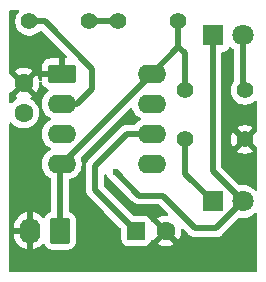
<source format=gbr>
%TF.GenerationSoftware,KiCad,Pcbnew,9.0.2*%
%TF.CreationDate,2025-10-01T10:40:14+03:00*%
%TF.ProjectId,555_flip_flop,3535355f-666c-4697-905f-666c6f702e6b,rev?*%
%TF.SameCoordinates,Original*%
%TF.FileFunction,Copper,L2,Bot*%
%TF.FilePolarity,Positive*%
%FSLAX46Y46*%
G04 Gerber Fmt 4.6, Leading zero omitted, Abs format (unit mm)*
G04 Created by KiCad (PCBNEW 9.0.2) date 2025-10-01 10:40:14*
%MOMM*%
%LPD*%
G01*
G04 APERTURE LIST*
G04 Aperture macros list*
%AMRoundRect*
0 Rectangle with rounded corners*
0 $1 Rounding radius*
0 $2 $3 $4 $5 $6 $7 $8 $9 X,Y pos of 4 corners*
0 Add a 4 corners polygon primitive as box body*
4,1,4,$2,$3,$4,$5,$6,$7,$8,$9,$2,$3,0*
0 Add four circle primitives for the rounded corners*
1,1,$1+$1,$2,$3*
1,1,$1+$1,$4,$5*
1,1,$1+$1,$6,$7*
1,1,$1+$1,$8,$9*
0 Add four rect primitives between the rounded corners*
20,1,$1+$1,$2,$3,$4,$5,0*
20,1,$1+$1,$4,$5,$6,$7,0*
20,1,$1+$1,$6,$7,$8,$9,0*
20,1,$1+$1,$8,$9,$2,$3,0*%
G04 Aperture macros list end*
%TA.AperFunction,ComponentPad*%
%ADD10C,1.400000*%
%TD*%
%TA.AperFunction,ComponentPad*%
%ADD11R,1.800000X1.800000*%
%TD*%
%TA.AperFunction,ComponentPad*%
%ADD12C,1.800000*%
%TD*%
%TA.AperFunction,ComponentPad*%
%ADD13RoundRect,0.250000X-0.950000X-0.550000X0.950000X-0.550000X0.950000X0.550000X-0.950000X0.550000X0*%
%TD*%
%TA.AperFunction,ComponentPad*%
%ADD14O,2.400000X1.600000*%
%TD*%
%TA.AperFunction,ComponentPad*%
%ADD15RoundRect,0.250000X0.620000X0.845000X-0.620000X0.845000X-0.620000X-0.845000X0.620000X-0.845000X0*%
%TD*%
%TA.AperFunction,ComponentPad*%
%ADD16O,1.740000X2.190000*%
%TD*%
%TA.AperFunction,ComponentPad*%
%ADD17C,1.600000*%
%TD*%
%TA.AperFunction,ComponentPad*%
%ADD18RoundRect,0.250000X-0.550000X-0.550000X0.550000X-0.550000X0.550000X0.550000X-0.550000X0.550000X0*%
%TD*%
%TA.AperFunction,ViaPad*%
%ADD19C,0.600000*%
%TD*%
%TA.AperFunction,Conductor*%
%ADD20C,0.500000*%
%TD*%
G04 APERTURE END LIST*
D10*
%TO.P,R2,1*%
%TO.N,Net-(D2-K)*%
X60120000Y-35250000D03*
%TO.P,R2,2*%
%TO.N,GND*%
X65200000Y-35250000D03*
%TD*%
%TO.P,R1,1*%
%TO.N,+5V*%
X60120000Y-31100000D03*
%TO.P,R1,2*%
%TO.N,Net-(D1-A)*%
X65200000Y-31100000D03*
%TD*%
D11*
%TO.P,D2,1,K*%
%TO.N,Net-(D2-K)*%
X62460000Y-40500000D03*
D12*
%TO.P,D2,2,A*%
%TO.N,Net-(D1-K)*%
X65000000Y-40500000D03*
%TD*%
D13*
%TO.P,U1,1,GND*%
%TO.N,GND*%
X49690000Y-29690000D03*
D14*
%TO.P,U1,2,TR*%
%TO.N,Net-(U1-THR)*%
X49690000Y-32230000D03*
%TO.P,U1,3,Q*%
%TO.N,Net-(D1-K)*%
X49690000Y-34770000D03*
%TO.P,U1,4,R*%
%TO.N,+5V*%
X49690000Y-37310000D03*
%TO.P,U1,5,CV*%
%TO.N,Net-(U1-CV)*%
X57310000Y-37310000D03*
%TO.P,U1,6,THR*%
%TO.N,Net-(U1-THR)*%
X57310000Y-34770000D03*
%TO.P,U1,7,DIS*%
%TO.N,Net-(U1-DIS)*%
X57310000Y-32230000D03*
%TO.P,U1,8,VCC*%
%TO.N,+5V*%
X57310000Y-29690000D03*
%TD*%
D10*
%TO.P,R4,1*%
%TO.N,Net-(U1-DIS)*%
X52040000Y-25250000D03*
%TO.P,R4,2*%
%TO.N,Net-(U1-THR)*%
X46960000Y-25250000D03*
%TD*%
%TO.P,R3,1*%
%TO.N,+5V*%
X59540000Y-25250000D03*
%TO.P,R3,2*%
%TO.N,Net-(U1-DIS)*%
X54460000Y-25250000D03*
%TD*%
D15*
%TO.P,J1,1,Pin_1*%
%TO.N,+5V*%
X49540000Y-42980000D03*
D16*
%TO.P,J1,2,Pin_2*%
%TO.N,GND*%
X47000000Y-42980000D03*
%TD*%
D11*
%TO.P,D1,1,K*%
%TO.N,Net-(D1-K)*%
X62460000Y-26410000D03*
D12*
%TO.P,D1,2,A*%
%TO.N,Net-(D1-A)*%
X65000000Y-26410000D03*
%TD*%
D17*
%TO.P,C2,1*%
%TO.N,Net-(U1-CV)*%
X46470000Y-33000000D03*
%TO.P,C2,2*%
%TO.N,GND*%
X46470000Y-30500000D03*
%TD*%
D18*
%TO.P,C1,1*%
%TO.N,Net-(U1-THR)*%
X56000000Y-43000000D03*
D17*
%TO.P,C1,2*%
%TO.N,GND*%
X58500000Y-43000000D03*
%TD*%
D19*
%TO.N,Net-(D1-K)*%
X54250000Y-38000000D03*
%TD*%
D20*
%TO.N,Net-(D1-K)*%
X62750000Y-42750000D02*
X65000000Y-40500000D01*
X58250000Y-40000000D02*
X61000000Y-42750000D01*
X61000000Y-42750000D02*
X62750000Y-42750000D01*
X56250000Y-40000000D02*
X58250000Y-40000000D01*
X54250000Y-38000000D02*
X56250000Y-40000000D01*
%TO.N,Net-(U1-THR)*%
X55230000Y-34770000D02*
X57310000Y-34770000D01*
X52500000Y-37500000D02*
X55230000Y-34770000D01*
X52500000Y-39500000D02*
X52500000Y-37500000D01*
X56000000Y-43000000D02*
X52500000Y-39500000D01*
%TO.N,Net-(D1-K)*%
X62460000Y-37960000D02*
X62460000Y-26410000D01*
X65000000Y-40500000D02*
X62460000Y-37960000D01*
%TO.N,Net-(D2-K)*%
X60120000Y-38160000D02*
X62460000Y-40500000D01*
X60120000Y-35250000D02*
X60120000Y-38160000D01*
%TO.N,+5V*%
X60120000Y-27972164D02*
X59573918Y-27426082D01*
X60120000Y-31100000D02*
X60120000Y-27972164D01*
%TO.N,Net-(D1-A)*%
X65000000Y-30900000D02*
X65200000Y-31100000D01*
X65000000Y-26410000D02*
X65000000Y-30900000D01*
%TO.N,Net-(U1-THR)*%
X51020000Y-32230000D02*
X49690000Y-32230000D01*
X52250000Y-31000000D02*
X51020000Y-32230000D01*
X52250000Y-29250000D02*
X52250000Y-31000000D01*
X48250000Y-25250000D02*
X52250000Y-29250000D01*
X46960000Y-25250000D02*
X48250000Y-25250000D01*
%TO.N,Net-(U1-DIS)*%
X52040000Y-25250000D02*
X54460000Y-25250000D01*
%TO.N,+5V*%
X59573918Y-27426082D02*
X59573918Y-25283918D01*
X57310000Y-29690000D02*
X59573918Y-27426082D01*
X59573918Y-25283918D02*
X59540000Y-25250000D01*
X49690000Y-37310000D02*
X57310000Y-29690000D01*
X49540000Y-37460000D02*
X49690000Y-37310000D01*
X49540000Y-42980000D02*
X49540000Y-37460000D01*
%TD*%
%TA.AperFunction,Conductor*%
%TO.N,GND*%
G36*
X47975203Y-30371823D02*
G01*
X48011706Y-30426532D01*
X48055641Y-30559119D01*
X48055643Y-30559124D01*
X48147684Y-30708345D01*
X48271654Y-30832315D01*
X48420875Y-30924356D01*
X48420882Y-30924359D01*
X48503067Y-30951592D01*
X48560512Y-30991364D01*
X48587336Y-31055880D01*
X48575021Y-31124656D01*
X48536949Y-31169616D01*
X48442787Y-31238028D01*
X48442782Y-31238032D01*
X48298028Y-31382786D01*
X48177715Y-31548386D01*
X48084781Y-31730776D01*
X48021522Y-31925465D01*
X47989500Y-32127648D01*
X47989500Y-32332351D01*
X48021522Y-32534534D01*
X48084781Y-32729223D01*
X48177715Y-32911613D01*
X48298028Y-33077213D01*
X48442786Y-33221971D01*
X48556427Y-33304534D01*
X48608390Y-33342287D01*
X48699840Y-33388883D01*
X48701080Y-33389515D01*
X48751876Y-33437490D01*
X48768671Y-33505311D01*
X48746134Y-33571446D01*
X48701080Y-33610485D01*
X48608386Y-33657715D01*
X48442786Y-33778028D01*
X48298028Y-33922786D01*
X48177715Y-34088386D01*
X48084781Y-34270776D01*
X48021522Y-34465465D01*
X47989500Y-34667648D01*
X47989500Y-34872351D01*
X48021522Y-35074534D01*
X48084781Y-35269223D01*
X48177715Y-35451613D01*
X48298028Y-35617213D01*
X48442786Y-35761971D01*
X48597749Y-35874556D01*
X48608390Y-35882287D01*
X48662048Y-35909627D01*
X48701080Y-35929515D01*
X48751876Y-35977490D01*
X48768671Y-36045311D01*
X48746134Y-36111446D01*
X48701080Y-36150485D01*
X48608386Y-36197715D01*
X48442786Y-36318028D01*
X48298028Y-36462786D01*
X48177715Y-36628386D01*
X48084781Y-36810776D01*
X48021522Y-37005465D01*
X47989500Y-37207648D01*
X47989500Y-37412351D01*
X48021522Y-37614534D01*
X48084781Y-37809223D01*
X48177715Y-37991613D01*
X48298028Y-38157213D01*
X48442786Y-38301971D01*
X48608388Y-38422286D01*
X48721794Y-38480069D01*
X48772591Y-38528043D01*
X48789500Y-38590554D01*
X48789500Y-41298071D01*
X48769815Y-41365110D01*
X48717011Y-41410865D01*
X48704505Y-41415777D01*
X48600666Y-41450186D01*
X48600663Y-41450187D01*
X48451342Y-41542289D01*
X48327289Y-41666342D01*
X48235182Y-41815672D01*
X48234638Y-41816840D01*
X48234051Y-41817505D01*
X48231395Y-41821813D01*
X48230658Y-41821358D01*
X48188461Y-41869275D01*
X48121266Y-41888422D01*
X48054387Y-41868201D01*
X48034579Y-41852107D01*
X47892497Y-41710025D01*
X47718036Y-41583271D01*
X47525899Y-41485372D01*
X47320805Y-41418733D01*
X47250000Y-41407518D01*
X47250000Y-42437290D01*
X47229661Y-42425548D01*
X47078333Y-42385000D01*
X46921667Y-42385000D01*
X46770339Y-42425548D01*
X46750000Y-42437290D01*
X46750000Y-41407518D01*
X46749999Y-41407518D01*
X46679194Y-41418733D01*
X46474100Y-41485372D01*
X46281963Y-41583271D01*
X46107503Y-41710025D01*
X46107502Y-41710025D01*
X45955025Y-41862502D01*
X45955025Y-41862503D01*
X45828271Y-42036963D01*
X45730372Y-42229098D01*
X45663734Y-42434190D01*
X45630000Y-42647179D01*
X45630000Y-42730000D01*
X46457291Y-42730000D01*
X46445548Y-42750339D01*
X46405000Y-42901667D01*
X46405000Y-43058333D01*
X46445548Y-43209661D01*
X46457291Y-43230000D01*
X45630000Y-43230000D01*
X45630000Y-43312820D01*
X45663734Y-43525809D01*
X45730372Y-43730901D01*
X45828271Y-43923036D01*
X45955025Y-44097496D01*
X45955025Y-44097497D01*
X46107502Y-44249974D01*
X46281963Y-44376728D01*
X46474098Y-44474627D01*
X46679190Y-44541266D01*
X46750000Y-44552481D01*
X46750000Y-43522709D01*
X46770339Y-43534452D01*
X46921667Y-43575000D01*
X47078333Y-43575000D01*
X47229661Y-43534452D01*
X47250000Y-43522709D01*
X47250000Y-44552480D01*
X47320809Y-44541266D01*
X47525901Y-44474627D01*
X47718036Y-44376728D01*
X47892493Y-44249977D01*
X48034578Y-44107892D01*
X48095901Y-44074407D01*
X48165593Y-44079391D01*
X48221527Y-44121262D01*
X48234640Y-44143165D01*
X48235181Y-44144325D01*
X48235185Y-44144331D01*
X48235186Y-44144334D01*
X48327288Y-44293656D01*
X48451344Y-44417712D01*
X48600666Y-44509814D01*
X48767203Y-44564999D01*
X48869991Y-44575500D01*
X50210008Y-44575499D01*
X50312797Y-44564999D01*
X50479334Y-44509814D01*
X50628656Y-44417712D01*
X50752712Y-44293656D01*
X50844814Y-44144334D01*
X50899999Y-43977797D01*
X50910500Y-43875009D01*
X50910499Y-42084992D01*
X50899999Y-41982203D01*
X50844814Y-41815666D01*
X50752712Y-41666344D01*
X50628656Y-41542288D01*
X50479334Y-41450186D01*
X50375495Y-41415777D01*
X50318051Y-41376004D01*
X50291228Y-41311488D01*
X50290500Y-41298071D01*
X50290500Y-38700860D01*
X50310185Y-38633821D01*
X50362989Y-38588066D01*
X50389886Y-38579959D01*
X50389803Y-38579613D01*
X50394528Y-38578477D01*
X50394534Y-38578477D01*
X50589219Y-38515220D01*
X50771610Y-38422287D01*
X50918598Y-38315495D01*
X50937213Y-38301971D01*
X50937215Y-38301968D01*
X50937219Y-38301966D01*
X51081966Y-38157219D01*
X51081968Y-38157215D01*
X51081971Y-38157213D01*
X51171547Y-38033920D01*
X51202287Y-37991610D01*
X51295220Y-37809219D01*
X51358477Y-37614534D01*
X51390500Y-37412352D01*
X51390500Y-37207648D01*
X51358477Y-37005466D01*
X51352879Y-36988238D01*
X51307755Y-36849361D01*
X51305760Y-36779519D01*
X51338003Y-36723363D01*
X55470316Y-32591049D01*
X55531637Y-32557566D01*
X55601329Y-32562550D01*
X55657262Y-32604422D01*
X55675924Y-32640411D01*
X55704780Y-32729219D01*
X55772530Y-32862186D01*
X55797715Y-32911613D01*
X55918028Y-33077213D01*
X56062786Y-33221971D01*
X56176427Y-33304534D01*
X56228390Y-33342287D01*
X56319840Y-33388883D01*
X56321080Y-33389515D01*
X56371876Y-33437490D01*
X56388671Y-33505311D01*
X56366134Y-33571446D01*
X56321080Y-33610485D01*
X56228386Y-33657715D01*
X56062786Y-33778028D01*
X55918032Y-33922782D01*
X55918028Y-33922787D01*
X55884900Y-33968385D01*
X55829571Y-34011051D01*
X55784582Y-34019500D01*
X55156080Y-34019500D01*
X55011092Y-34048340D01*
X55011082Y-34048343D01*
X54874511Y-34104912D01*
X54874498Y-34104919D01*
X54825811Y-34137452D01*
X54825810Y-34137453D01*
X54751582Y-34187049D01*
X51917048Y-37021583D01*
X51899844Y-37047333D01*
X51899843Y-37047334D01*
X51834913Y-37144508D01*
X51778343Y-37281082D01*
X51778340Y-37281092D01*
X51749500Y-37426079D01*
X51749500Y-37426082D01*
X51749500Y-39573918D01*
X51749500Y-39573920D01*
X51749499Y-39573920D01*
X51778340Y-39718907D01*
X51778343Y-39718917D01*
X51834913Y-39855490D01*
X51834914Y-39855492D01*
X51860706Y-39894092D01*
X51860707Y-39894094D01*
X51917043Y-39978410D01*
X51917047Y-39978415D01*
X51917048Y-39978416D01*
X53303742Y-41365110D01*
X54663181Y-42724548D01*
X54696666Y-42785871D01*
X54699500Y-42812229D01*
X54699500Y-43600001D01*
X54699501Y-43600019D01*
X54710000Y-43702796D01*
X54710001Y-43702799D01*
X54765185Y-43869331D01*
X54765187Y-43869336D01*
X54798309Y-43923036D01*
X54857288Y-44018656D01*
X54981344Y-44142712D01*
X55130666Y-44234814D01*
X55297203Y-44289999D01*
X55399991Y-44300500D01*
X56600008Y-44300499D01*
X56702797Y-44289999D01*
X56869334Y-44234814D01*
X57018656Y-44142712D01*
X57142712Y-44018656D01*
X57234814Y-43869334D01*
X57258102Y-43799054D01*
X57262110Y-43791050D01*
X57280060Y-43771772D01*
X57295055Y-43750116D01*
X57303495Y-43746606D01*
X57309725Y-43739917D01*
X57335249Y-43733404D01*
X57359571Y-43723292D01*
X57375834Y-43723048D01*
X57377425Y-43722643D01*
X57378523Y-43723008D01*
X57382719Y-43722946D01*
X57420525Y-43725921D01*
X58100000Y-43046446D01*
X58100000Y-43052661D01*
X58127259Y-43154394D01*
X58179920Y-43245606D01*
X58254394Y-43320080D01*
X58345606Y-43372741D01*
X58447339Y-43400000D01*
X58453553Y-43400000D01*
X57774076Y-44079474D01*
X57818650Y-44111859D01*
X58000968Y-44204755D01*
X58195582Y-44267990D01*
X58397683Y-44300000D01*
X58602317Y-44300000D01*
X58804417Y-44267990D01*
X58999031Y-44204755D01*
X59181349Y-44111859D01*
X59225921Y-44079474D01*
X58546447Y-43400000D01*
X58552661Y-43400000D01*
X58654394Y-43372741D01*
X58745606Y-43320080D01*
X58820080Y-43245606D01*
X58872741Y-43154394D01*
X58900000Y-43052661D01*
X58900000Y-43046446D01*
X59579474Y-43725921D01*
X59611859Y-43681349D01*
X59704755Y-43499031D01*
X59767990Y-43304417D01*
X59800000Y-43102317D01*
X59800000Y-42910729D01*
X59819685Y-42843690D01*
X59872489Y-42797935D01*
X59941647Y-42787991D01*
X60005203Y-42817016D01*
X60011678Y-42823045D01*
X60417049Y-43228416D01*
X60493050Y-43304417D01*
X60521585Y-43332952D01*
X60644498Y-43415080D01*
X60644511Y-43415087D01*
X60743570Y-43456118D01*
X60781087Y-43471658D01*
X60781091Y-43471658D01*
X60781092Y-43471659D01*
X60926079Y-43500500D01*
X60926082Y-43500500D01*
X62823920Y-43500500D01*
X62921462Y-43481096D01*
X62968913Y-43471658D01*
X63105495Y-43415084D01*
X63154729Y-43382186D01*
X63228416Y-43332952D01*
X64647492Y-41913874D01*
X64708813Y-41880391D01*
X64754565Y-41879084D01*
X64889778Y-41900500D01*
X64889780Y-41900500D01*
X65110221Y-41900500D01*
X65110222Y-41900500D01*
X65327951Y-41866015D01*
X65537606Y-41797895D01*
X65734022Y-41697815D01*
X65912365Y-41568242D01*
X66037819Y-41442788D01*
X66099142Y-41409303D01*
X66168834Y-41414287D01*
X66224767Y-41456159D01*
X66249184Y-41521623D01*
X66249500Y-41530469D01*
X66249500Y-46375500D01*
X66229815Y-46442539D01*
X66177011Y-46488294D01*
X66125500Y-46499500D01*
X45374500Y-46499500D01*
X45307461Y-46479815D01*
X45261706Y-46427011D01*
X45250500Y-46375500D01*
X45250500Y-33915678D01*
X45270185Y-33848639D01*
X45322989Y-33802884D01*
X45392147Y-33792940D01*
X45455703Y-33821965D01*
X45474822Y-33842798D01*
X45478032Y-33847217D01*
X45622786Y-33991971D01*
X45743328Y-34079548D01*
X45788390Y-34112287D01*
X45904607Y-34171503D01*
X45970776Y-34205218D01*
X45970778Y-34205218D01*
X45970781Y-34205220D01*
X46075137Y-34239127D01*
X46165465Y-34268477D01*
X46266557Y-34284488D01*
X46367648Y-34300500D01*
X46367649Y-34300500D01*
X46572351Y-34300500D01*
X46572352Y-34300500D01*
X46774534Y-34268477D01*
X46969219Y-34205220D01*
X47151610Y-34112287D01*
X47244590Y-34044732D01*
X47317213Y-33991971D01*
X47317215Y-33991968D01*
X47317219Y-33991966D01*
X47461966Y-33847219D01*
X47461968Y-33847215D01*
X47461971Y-33847213D01*
X47514732Y-33774590D01*
X47582287Y-33681610D01*
X47675220Y-33499219D01*
X47738477Y-33304534D01*
X47770500Y-33102352D01*
X47770500Y-32897648D01*
X47738477Y-32695466D01*
X47675220Y-32500781D01*
X47675218Y-32500778D01*
X47675218Y-32500776D01*
X47641503Y-32434607D01*
X47582287Y-32318390D01*
X47547813Y-32270940D01*
X47461971Y-32152786D01*
X47317213Y-32008028D01*
X47151611Y-31887713D01*
X47097621Y-31860203D01*
X47046825Y-31812228D01*
X47030031Y-31744407D01*
X47052569Y-31678272D01*
X47097624Y-31639233D01*
X47151349Y-31611859D01*
X47195921Y-31579474D01*
X46516447Y-30900000D01*
X46522661Y-30900000D01*
X46624394Y-30872741D01*
X46715606Y-30820080D01*
X46790080Y-30745606D01*
X46842741Y-30654394D01*
X46870000Y-30552661D01*
X46870000Y-30546447D01*
X47549474Y-31225921D01*
X47581859Y-31181349D01*
X47674755Y-30999031D01*
X47737990Y-30804417D01*
X47770000Y-30602317D01*
X47770000Y-30465536D01*
X47789685Y-30398497D01*
X47842489Y-30352742D01*
X47911647Y-30342798D01*
X47975203Y-30371823D01*
G37*
%TD.AperFunction*%
%TA.AperFunction,Conductor*%
G36*
X53455703Y-38208477D02*
G01*
X53489061Y-38254738D01*
X53540602Y-38379172D01*
X53540609Y-38379185D01*
X53628210Y-38510288D01*
X53628213Y-38510292D01*
X53739710Y-38621789D01*
X53858049Y-38700860D01*
X53870821Y-38709394D01*
X53894475Y-38719191D01*
X53934703Y-38746071D01*
X55667049Y-40478416D01*
X55771584Y-40582951D01*
X55771585Y-40582952D01*
X55894498Y-40665080D01*
X55894511Y-40665087D01*
X56031082Y-40721656D01*
X56031087Y-40721658D01*
X56031091Y-40721658D01*
X56031092Y-40721659D01*
X56176079Y-40750500D01*
X56176082Y-40750500D01*
X56176083Y-40750500D01*
X56323917Y-40750500D01*
X57887770Y-40750500D01*
X57954809Y-40770185D01*
X57975451Y-40786819D01*
X58676951Y-41488319D01*
X58710436Y-41549642D01*
X58705452Y-41619334D01*
X58663580Y-41675267D01*
X58598116Y-41699684D01*
X58589270Y-41700000D01*
X58397683Y-41700000D01*
X58195582Y-41732009D01*
X58000968Y-41795244D01*
X57818644Y-41888143D01*
X57774077Y-41920523D01*
X57774077Y-41920524D01*
X58453554Y-42600000D01*
X58447339Y-42600000D01*
X58345606Y-42627259D01*
X58254394Y-42679920D01*
X58179920Y-42754394D01*
X58127259Y-42845606D01*
X58100000Y-42947339D01*
X58100000Y-42953553D01*
X57420524Y-42274077D01*
X57382719Y-42277053D01*
X57314341Y-42262689D01*
X57264584Y-42213638D01*
X57255285Y-42192444D01*
X57234814Y-42130666D01*
X57142712Y-41981344D01*
X57018656Y-41857288D01*
X56869334Y-41765186D01*
X56702797Y-41710001D01*
X56702795Y-41710000D01*
X56600016Y-41699500D01*
X56600009Y-41699500D01*
X55812229Y-41699500D01*
X55745190Y-41679815D01*
X55724548Y-41663181D01*
X53286819Y-39225451D01*
X53253334Y-39164128D01*
X53250500Y-39137770D01*
X53250500Y-38302190D01*
X53270185Y-38235151D01*
X53322989Y-38189396D01*
X53392147Y-38179452D01*
X53455703Y-38208477D01*
G37*
%TD.AperFunction*%
%TA.AperFunction,Conductor*%
G36*
X63969177Y-27398211D02*
G01*
X63997892Y-27401465D01*
X64005693Y-27406154D01*
X64009209Y-27406919D01*
X64018350Y-27413762D01*
X64028142Y-27419648D01*
X64033010Y-27423617D01*
X64087635Y-27478242D01*
X64201191Y-27560745D01*
X64203859Y-27562920D01*
X64221746Y-27589000D01*
X64241051Y-27614035D01*
X64241356Y-27617594D01*
X64243377Y-27620540D01*
X64249500Y-27659024D01*
X64249500Y-30325548D01*
X64229815Y-30392587D01*
X64225818Y-30398434D01*
X64173240Y-30470800D01*
X64087454Y-30639163D01*
X64029059Y-30818881D01*
X63999500Y-31005513D01*
X63999500Y-31194486D01*
X64029059Y-31381118D01*
X64087454Y-31560836D01*
X64173240Y-31729199D01*
X64284310Y-31882073D01*
X64417927Y-32015690D01*
X64570801Y-32126760D01*
X64621880Y-32152786D01*
X64739163Y-32212545D01*
X64739165Y-32212545D01*
X64739168Y-32212547D01*
X64835497Y-32243846D01*
X64918881Y-32270940D01*
X65105514Y-32300500D01*
X65105519Y-32300500D01*
X65294486Y-32300500D01*
X65481118Y-32270940D01*
X65660832Y-32212547D01*
X65829199Y-32126760D01*
X65982073Y-32015690D01*
X66037819Y-31959944D01*
X66099142Y-31926459D01*
X66168834Y-31931443D01*
X66224767Y-31973315D01*
X66249184Y-32038779D01*
X66249500Y-32047625D01*
X66249500Y-34502690D01*
X66229815Y-34569729D01*
X66213181Y-34590371D01*
X65553554Y-35249999D01*
X65553554Y-35250000D01*
X66213181Y-35909627D01*
X66246666Y-35970950D01*
X66249500Y-35997308D01*
X66249500Y-39469531D01*
X66229815Y-39536570D01*
X66177011Y-39582325D01*
X66107853Y-39592269D01*
X66044297Y-39563244D01*
X66037819Y-39557212D01*
X65912363Y-39431756D01*
X65912358Y-39431752D01*
X65734025Y-39302187D01*
X65734024Y-39302186D01*
X65734022Y-39302185D01*
X65671096Y-39270122D01*
X65537606Y-39202104D01*
X65537603Y-39202103D01*
X65327952Y-39133985D01*
X65219086Y-39116742D01*
X65110222Y-39099500D01*
X64889778Y-39099500D01*
X64889773Y-39099500D01*
X64754569Y-39120914D01*
X64685275Y-39111959D01*
X64647490Y-39086122D01*
X63246819Y-37685451D01*
X63213334Y-37624128D01*
X63210500Y-37597770D01*
X63210500Y-36257882D01*
X64545669Y-36257882D01*
X64545670Y-36257883D01*
X64571059Y-36276329D01*
X64739362Y-36362085D01*
X64918997Y-36420451D01*
X65105553Y-36450000D01*
X65294447Y-36450000D01*
X65481002Y-36420451D01*
X65660637Y-36362085D01*
X65828937Y-36276331D01*
X65854328Y-36257883D01*
X65854328Y-36257882D01*
X65200001Y-35603554D01*
X65200000Y-35603554D01*
X64545669Y-36257882D01*
X63210500Y-36257882D01*
X63210500Y-35155552D01*
X64000000Y-35155552D01*
X64000000Y-35344447D01*
X64029548Y-35531002D01*
X64087914Y-35710637D01*
X64173666Y-35878933D01*
X64192116Y-35904328D01*
X64846446Y-35250000D01*
X64846446Y-35249999D01*
X64800369Y-35203922D01*
X64850000Y-35203922D01*
X64850000Y-35296078D01*
X64873852Y-35385095D01*
X64919930Y-35464905D01*
X64985095Y-35530070D01*
X65064905Y-35576148D01*
X65153922Y-35600000D01*
X65246078Y-35600000D01*
X65335095Y-35576148D01*
X65414905Y-35530070D01*
X65480070Y-35464905D01*
X65526148Y-35385095D01*
X65550000Y-35296078D01*
X65550000Y-35203922D01*
X65526148Y-35114905D01*
X65480070Y-35035095D01*
X65414905Y-34969930D01*
X65335095Y-34923852D01*
X65246078Y-34900000D01*
X65153922Y-34900000D01*
X65064905Y-34923852D01*
X64985095Y-34969930D01*
X64919930Y-35035095D01*
X64873852Y-35114905D01*
X64850000Y-35203922D01*
X64800369Y-35203922D01*
X64192116Y-34595669D01*
X64192116Y-34595670D01*
X64173669Y-34621060D01*
X64087914Y-34789362D01*
X64029548Y-34968997D01*
X64000000Y-35155552D01*
X63210500Y-35155552D01*
X63210500Y-34242116D01*
X64545669Y-34242116D01*
X65200000Y-34896446D01*
X65200001Y-34896446D01*
X65854328Y-34242116D01*
X65828933Y-34223666D01*
X65660637Y-34137914D01*
X65481002Y-34079548D01*
X65294447Y-34050000D01*
X65105553Y-34050000D01*
X64918997Y-34079548D01*
X64739362Y-34137914D01*
X64571060Y-34223669D01*
X64545670Y-34242116D01*
X64545669Y-34242116D01*
X63210500Y-34242116D01*
X63210500Y-27934499D01*
X63230185Y-27867460D01*
X63282989Y-27821705D01*
X63334500Y-27810499D01*
X63407871Y-27810499D01*
X63407872Y-27810499D01*
X63467483Y-27804091D01*
X63602331Y-27753796D01*
X63717546Y-27667546D01*
X63803796Y-27552331D01*
X63810433Y-27534537D01*
X63833601Y-27472420D01*
X63850919Y-27449284D01*
X63865809Y-27424514D01*
X63871600Y-27421656D01*
X63875471Y-27416486D01*
X63902549Y-27406385D01*
X63928467Y-27393598D01*
X63934884Y-27394325D01*
X63940936Y-27392068D01*
X63969177Y-27398211D01*
G37*
%TD.AperFunction*%
%TA.AperFunction,Conductor*%
G36*
X46070000Y-30552661D02*
G01*
X46097259Y-30654394D01*
X46149920Y-30745606D01*
X46224394Y-30820080D01*
X46315606Y-30872741D01*
X46417339Y-30900000D01*
X46423553Y-30900000D01*
X45744076Y-31579474D01*
X45788652Y-31611861D01*
X45842376Y-31639234D01*
X45893172Y-31687208D01*
X45909968Y-31755028D01*
X45887431Y-31821164D01*
X45842379Y-31860203D01*
X45788386Y-31887714D01*
X45622786Y-32008028D01*
X45478032Y-32152782D01*
X45474818Y-32157207D01*
X45419488Y-32199872D01*
X45349875Y-32205851D01*
X45288080Y-32173245D01*
X45253722Y-32112406D01*
X45250500Y-32084321D01*
X45250500Y-31349044D01*
X45270185Y-31282005D01*
X45322989Y-31236250D01*
X45384230Y-31225426D01*
X45390525Y-31225921D01*
X46070000Y-30546446D01*
X46070000Y-30552661D01*
G37*
%TD.AperFunction*%
%TA.AperFunction,Conductor*%
G36*
X46029414Y-24270185D02*
G01*
X46075169Y-24322989D01*
X46085113Y-24392147D01*
X46056088Y-24455703D01*
X46050056Y-24462181D01*
X46044312Y-24467924D01*
X46044312Y-24467925D01*
X46044310Y-24467927D01*
X46032391Y-24484332D01*
X45933240Y-24620800D01*
X45847454Y-24789163D01*
X45789059Y-24968881D01*
X45759500Y-25155513D01*
X45759500Y-25344486D01*
X45789059Y-25531118D01*
X45847454Y-25710836D01*
X45933240Y-25879199D01*
X46044310Y-26032073D01*
X46177927Y-26165690D01*
X46330801Y-26276760D01*
X46410347Y-26317290D01*
X46499163Y-26362545D01*
X46499165Y-26362545D01*
X46499168Y-26362547D01*
X46595497Y-26393846D01*
X46678881Y-26420940D01*
X46865514Y-26450500D01*
X46865519Y-26450500D01*
X47054486Y-26450500D01*
X47241118Y-26420940D01*
X47420832Y-26362547D01*
X47589199Y-26276760D01*
X47742073Y-26165690D01*
X47835519Y-26072243D01*
X47896838Y-26038761D01*
X47966530Y-26043745D01*
X48010878Y-26072246D01*
X50116951Y-28178319D01*
X50150436Y-28239642D01*
X50145452Y-28309334D01*
X50103580Y-28365267D01*
X50038116Y-28389684D01*
X50029270Y-28390000D01*
X49940000Y-28390000D01*
X49940000Y-29374314D01*
X49935606Y-29369920D01*
X49844394Y-29317259D01*
X49742661Y-29290000D01*
X49637339Y-29290000D01*
X49535606Y-29317259D01*
X49444394Y-29369920D01*
X49440000Y-29374314D01*
X49440000Y-28390000D01*
X48690028Y-28390000D01*
X48690012Y-28390001D01*
X48587302Y-28400494D01*
X48420880Y-28455641D01*
X48420875Y-28455643D01*
X48271654Y-28547684D01*
X48147684Y-28671654D01*
X48055643Y-28820875D01*
X48055641Y-28820880D01*
X48000494Y-28987302D01*
X48000493Y-28987309D01*
X47990000Y-29090013D01*
X47990000Y-29440000D01*
X49374314Y-29440000D01*
X49369920Y-29444394D01*
X49317259Y-29535606D01*
X49290000Y-29637339D01*
X49290000Y-29742661D01*
X49317259Y-29844394D01*
X49369920Y-29935606D01*
X49374314Y-29940000D01*
X47990001Y-29940000D01*
X47990001Y-30211149D01*
X47970316Y-30278188D01*
X47917512Y-30323943D01*
X47848354Y-30333887D01*
X47784798Y-30304862D01*
X47747024Y-30246084D01*
X47743528Y-30230547D01*
X47737990Y-30195582D01*
X47674755Y-30000968D01*
X47581859Y-29818650D01*
X47549474Y-29774077D01*
X47549474Y-29774076D01*
X46870000Y-30453551D01*
X46870000Y-30447339D01*
X46842741Y-30345606D01*
X46790080Y-30254394D01*
X46715606Y-30179920D01*
X46624394Y-30127259D01*
X46522661Y-30100000D01*
X46516446Y-30100000D01*
X47195922Y-29420524D01*
X47195921Y-29420523D01*
X47151359Y-29388147D01*
X47151350Y-29388141D01*
X46969031Y-29295244D01*
X46774417Y-29232009D01*
X46631268Y-29209337D01*
X46572317Y-29200000D01*
X46367683Y-29200000D01*
X46165582Y-29232009D01*
X45970968Y-29295244D01*
X45788644Y-29388143D01*
X45744077Y-29420523D01*
X45744077Y-29420524D01*
X46423554Y-30100000D01*
X46417339Y-30100000D01*
X46315606Y-30127259D01*
X46224394Y-30179920D01*
X46149920Y-30254394D01*
X46097259Y-30345606D01*
X46070000Y-30447339D01*
X46070000Y-30453553D01*
X45390523Y-29774076D01*
X45384228Y-29774572D01*
X45370618Y-29771712D01*
X45356853Y-29773692D01*
X45337099Y-29764671D01*
X45315851Y-29760207D01*
X45305947Y-29750444D01*
X45293297Y-29744667D01*
X45281557Y-29726400D01*
X45266094Y-29711156D01*
X45262267Y-29696383D01*
X45255523Y-29685889D01*
X45250500Y-29650954D01*
X45250500Y-24374500D01*
X45270185Y-24307461D01*
X45322989Y-24261706D01*
X45374500Y-24250500D01*
X45962375Y-24250500D01*
X46029414Y-24270185D01*
G37*
%TD.AperFunction*%
%TD*%
M02*

</source>
